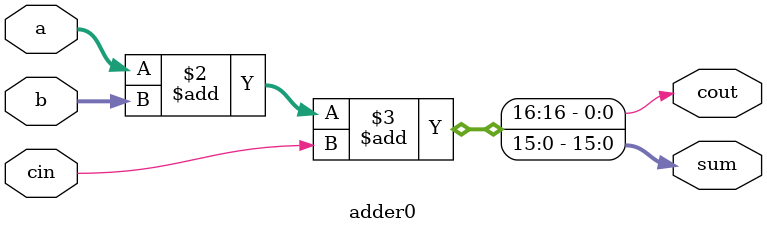
<source format=v>
`define size 16

module adder0(a, b, cin, sum, cout);
  input cin;
  input [`size-1:0] a, b;
  output cout;
  output [`size-1:0] sum;

  reg [`size-1:0] sum;
  reg cout;

  always @(a or b or cin)
    begin
      {cout, sum} = a + b + cin;
    end
endmodule

</source>
